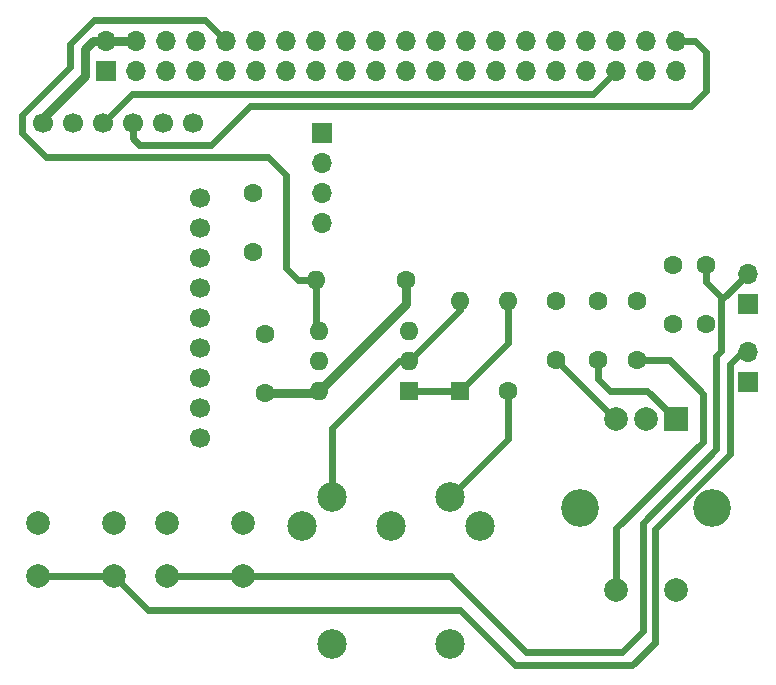
<source format=gtl>
G04 #@! TF.GenerationSoftware,KiCad,Pcbnew,(6.0.5)*
G04 #@! TF.CreationDate,2022-07-27T19:44:20+01:00*
G04 #@! TF.ProjectId,RPi-MiniDexed-IOBoard,5250692d-4d69-46e6-9944-657865642d49,rev?*
G04 #@! TF.SameCoordinates,Original*
G04 #@! TF.FileFunction,Copper,L1,Top*
G04 #@! TF.FilePolarity,Positive*
%FSLAX46Y46*%
G04 Gerber Fmt 4.6, Leading zero omitted, Abs format (unit mm)*
G04 Created by KiCad (PCBNEW (6.0.5)) date 2022-07-27 19:44:20*
%MOMM*%
%LPD*%
G01*
G04 APERTURE LIST*
G04 #@! TA.AperFunction,ComponentPad*
%ADD10C,1.700000*%
G04 #@! TD*
G04 #@! TA.AperFunction,ComponentPad*
%ADD11C,2.000000*%
G04 #@! TD*
G04 #@! TA.AperFunction,ComponentPad*
%ADD12R,1.700000X1.700000*%
G04 #@! TD*
G04 #@! TA.AperFunction,ComponentPad*
%ADD13O,1.700000X1.700000*%
G04 #@! TD*
G04 #@! TA.AperFunction,ComponentPad*
%ADD14C,1.600000*%
G04 #@! TD*
G04 #@! TA.AperFunction,ComponentPad*
%ADD15R,2.000000X2.000000*%
G04 #@! TD*
G04 #@! TA.AperFunction,ComponentPad*
%ADD16C,3.200000*%
G04 #@! TD*
G04 #@! TA.AperFunction,ComponentPad*
%ADD17O,1.600000X1.600000*%
G04 #@! TD*
G04 #@! TA.AperFunction,ComponentPad*
%ADD18R,1.600000X1.600000*%
G04 #@! TD*
G04 #@! TA.AperFunction,WasherPad*
%ADD19C,2.499360*%
G04 #@! TD*
G04 #@! TA.AperFunction,ComponentPad*
%ADD20C,2.499360*%
G04 #@! TD*
G04 #@! TA.AperFunction,Conductor*
%ADD21C,0.600000*%
G04 #@! TD*
G04 #@! TA.AperFunction,Conductor*
%ADD22C,0.800000*%
G04 #@! TD*
G04 APERTURE END LIST*
D10*
X216371000Y-109533000D03*
X216371000Y-112073000D03*
X216371000Y-114613000D03*
X216371000Y-117153000D03*
X216371000Y-119693000D03*
X216371000Y-122233000D03*
X216371000Y-124773000D03*
X216371000Y-127313000D03*
X216371000Y-129853000D03*
X215736000Y-103183000D03*
X213196000Y-103183000D03*
X210656000Y-103183000D03*
X208116000Y-103183000D03*
X205576000Y-103183000D03*
X203036000Y-103183000D03*
D11*
X220014000Y-137082000D03*
X213514000Y-137082000D03*
X220014000Y-141582000D03*
X213514000Y-141582000D03*
X209092000Y-137082000D03*
X202592000Y-137082000D03*
X209092000Y-141582000D03*
X202592000Y-141582000D03*
D12*
X262738000Y-118509000D03*
D13*
X262738000Y-115969000D03*
X262738000Y-122573000D03*
D12*
X262738000Y-125113000D03*
D14*
X259182000Y-120242000D03*
X259182000Y-115242000D03*
X256388000Y-120242000D03*
X256388000Y-115242000D03*
X253340000Y-118290000D03*
X253340000Y-123290000D03*
D15*
X256602000Y-128272000D03*
D11*
X251602000Y-128272000D03*
X254102000Y-128272000D03*
D16*
X259702000Y-135772000D03*
X248502000Y-135772000D03*
D11*
X251602000Y-142772000D03*
X256602000Y-142772000D03*
D14*
X233782000Y-116472000D03*
D17*
X226162000Y-116472000D03*
D14*
X221844000Y-126084000D03*
X221844000Y-121084000D03*
D18*
X238354000Y-125870000D03*
D17*
X238354000Y-118250000D03*
D14*
X242418000Y-125870000D03*
D17*
X242418000Y-118250000D03*
D14*
X246482000Y-123290000D03*
X246482000Y-118290000D03*
D19*
X237513260Y-147345700D03*
X227510740Y-147345700D03*
D20*
X240010080Y-137350800D03*
X232512000Y-137348260D03*
X225013920Y-137350800D03*
X237508180Y-134848900D03*
X227515820Y-134848900D03*
D18*
X234026000Y-125880000D03*
D17*
X234026000Y-123340000D03*
X234026000Y-120800000D03*
X226406000Y-120800000D03*
X226406000Y-123340000D03*
X226406000Y-125880000D03*
D14*
X220828000Y-109146000D03*
X220828000Y-114146000D03*
D12*
X226695000Y-104036000D03*
D13*
X226695000Y-106576000D03*
X226695000Y-109116000D03*
X226695000Y-111656000D03*
D14*
X250038000Y-123290000D03*
X250038000Y-118290000D03*
D12*
X208370000Y-98770000D03*
D13*
X208370000Y-96230000D03*
X210910000Y-98770000D03*
X210910000Y-96230000D03*
X213450000Y-98770000D03*
X213450000Y-96230000D03*
X215990000Y-98770000D03*
X215990000Y-96230000D03*
X218530000Y-98770000D03*
X218530000Y-96230000D03*
X221070000Y-98770000D03*
X221070000Y-96230000D03*
X223610000Y-98770000D03*
X223610000Y-96230000D03*
X226150000Y-98770000D03*
X226150000Y-96230000D03*
X228690000Y-98770000D03*
X228690000Y-96230000D03*
X231230000Y-98770000D03*
X231230000Y-96230000D03*
X233770000Y-98770000D03*
X233770000Y-96230000D03*
X236310000Y-98770000D03*
X236310000Y-96230000D03*
X238850000Y-98770000D03*
X238850000Y-96230000D03*
X241390000Y-98770000D03*
X241390000Y-96230000D03*
X243930000Y-98770000D03*
X243930000Y-96230000D03*
X246470000Y-98770000D03*
X246470000Y-96230000D03*
X249010000Y-98770000D03*
X249010000Y-96230000D03*
X251550000Y-98770000D03*
X251550000Y-96230000D03*
X254090000Y-98770000D03*
X254090000Y-96230000D03*
X256630000Y-98770000D03*
X256630000Y-96230000D03*
D21*
X216780489Y-94480489D02*
X218530000Y-96230000D01*
X207341133Y-94480489D02*
X216780489Y-94480489D01*
X205334000Y-96487622D02*
X207341133Y-94480489D01*
X205334000Y-98438000D02*
X205334000Y-96487622D01*
X201273489Y-102498511D02*
X205334000Y-98438000D01*
X203302000Y-106058000D02*
X201273489Y-104029489D01*
X222098000Y-106058000D02*
X203302000Y-106058000D01*
X201273489Y-104029489D02*
X201273489Y-102498511D01*
X223622000Y-107582000D02*
X222098000Y-106058000D01*
X223622000Y-115456000D02*
X223622000Y-107582000D01*
X224638000Y-116472000D02*
X223622000Y-115456000D01*
X226162000Y-116472000D02*
X224638000Y-116472000D01*
X262733000Y-122568000D02*
X262738000Y-122573000D01*
X262230000Y-122568000D02*
X262733000Y-122568000D01*
X261214000Y-123584000D02*
X262230000Y-122568000D01*
X261214000Y-131204000D02*
X261214000Y-123584000D01*
X254864000Y-137554000D02*
X261214000Y-131204000D01*
X252959000Y-149111000D02*
X254864000Y-147206000D01*
X238354000Y-144412000D02*
X243053000Y-149111000D01*
X243053000Y-149111000D02*
X252959000Y-149111000D01*
X211922000Y-144412000D02*
X238354000Y-144412000D01*
X209092000Y-141582000D02*
X211922000Y-144412000D01*
X254864000Y-147206000D02*
X254864000Y-137554000D01*
X202592000Y-141582000D02*
X209092000Y-141582000D01*
X220014000Y-141582000D02*
X237556000Y-141582000D01*
X237556000Y-141582000D02*
X237592000Y-141618000D01*
X243942000Y-147968000D02*
X237592000Y-141618000D01*
X213514000Y-141582000D02*
X220014000Y-141582000D01*
X217272000Y-105042000D02*
X220574000Y-101740000D01*
X211176000Y-105042000D02*
X217272000Y-105042000D01*
X210656000Y-104522000D02*
X211176000Y-105042000D01*
X210656000Y-103183000D02*
X210656000Y-104522000D01*
X257912000Y-101740000D02*
X220574000Y-101740000D01*
X210575000Y-100724000D02*
X208116000Y-103183000D01*
X249596000Y-100724000D02*
X210575000Y-100724000D01*
X251550000Y-98770000D02*
X249596000Y-100724000D01*
X260481511Y-122538489D02*
X260071000Y-122949000D01*
X260481511Y-117966489D02*
X260481511Y-122538489D01*
X260071000Y-122949000D02*
X260071000Y-130823000D01*
X260071000Y-130823000D02*
X253848000Y-137046000D01*
X260740511Y-117966489D02*
X262738000Y-115969000D01*
X260481511Y-117966489D02*
X260740511Y-117966489D01*
X259182000Y-116666978D02*
X259182000Y-115242000D01*
X260481511Y-117966489D02*
X259182000Y-116666978D01*
X253848000Y-146190000D02*
X252070000Y-147968000D01*
X253848000Y-137046000D02*
X253848000Y-146190000D01*
X252070000Y-147968000D02*
X243942000Y-147968000D01*
D22*
X208370000Y-96230000D02*
X210910000Y-96230000D01*
D21*
X246482000Y-123290000D02*
X251464000Y-128272000D01*
X250038000Y-124854000D02*
X251054000Y-125870000D01*
X250038000Y-123290000D02*
X250038000Y-124854000D01*
X251054000Y-125870000D02*
X254200000Y-125870000D01*
X254200000Y-125870000D02*
X256602000Y-128272000D01*
X251602000Y-137514000D02*
X251602000Y-142772000D01*
X258928000Y-130188000D02*
X251602000Y-137514000D01*
X258928000Y-126124000D02*
X258928000Y-130188000D01*
X253340000Y-123290000D02*
X256094000Y-123290000D01*
X256094000Y-123290000D02*
X258928000Y-126124000D01*
X256630000Y-96230000D02*
X258244000Y-96230000D01*
X259182000Y-100470000D02*
X257912000Y-101740000D01*
X259182000Y-97168000D02*
X259182000Y-100470000D01*
X258244000Y-96230000D02*
X259182000Y-97168000D01*
D22*
X206604000Y-99200000D02*
X203023000Y-102781000D01*
X206604000Y-96914000D02*
X206604000Y-99200000D01*
X207288000Y-96230000D02*
X206604000Y-96914000D01*
X208370000Y-96230000D02*
X207288000Y-96230000D01*
D21*
X226202000Y-126084000D02*
X226406000Y-125880000D01*
D22*
X221844000Y-126084000D02*
X226202000Y-126084000D01*
X226406000Y-125880000D02*
X233782000Y-118504000D01*
X233782000Y-118504000D02*
X233782000Y-116472000D01*
D21*
X226162000Y-120556000D02*
X226406000Y-120800000D01*
X226162000Y-116472000D02*
X226162000Y-120556000D01*
X242418000Y-118250000D02*
X242418000Y-121806000D01*
X242418000Y-121806000D02*
X238354000Y-125870000D01*
X238344000Y-125880000D02*
X238354000Y-125870000D01*
X234026000Y-125880000D02*
X238344000Y-125880000D01*
X227515820Y-134848900D02*
X227515820Y-128991158D01*
X238354000Y-118250000D02*
X238354000Y-119012000D01*
X233166978Y-123340000D02*
X234026000Y-123340000D01*
X227515820Y-128991158D02*
X233166978Y-123340000D01*
X238354000Y-119012000D02*
X234026000Y-123340000D01*
X242418000Y-129939080D02*
X237508180Y-134848900D01*
X242418000Y-125870000D02*
X242418000Y-129939080D01*
M02*

</source>
